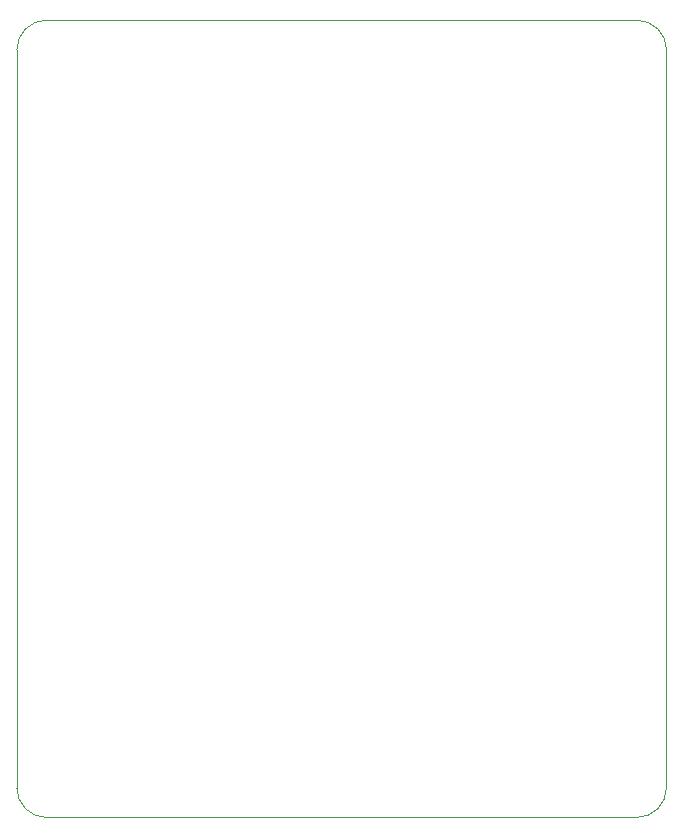
<source format=gm1>
G04 #@! TF.GenerationSoftware,KiCad,Pcbnew,6.0.9-1.fc36*
G04 #@! TF.CreationDate,2022-11-14T14:18:14-03:00*
G04 #@! TF.ProjectId,bs_transceiver,62735f74-7261-46e7-9363-65697665722e,Rev 2*
G04 #@! TF.SameCoordinates,Original*
G04 #@! TF.FileFunction,Profile,NP*
%FSLAX46Y46*%
G04 Gerber Fmt 4.6, Leading zero omitted, Abs format (unit mm)*
G04 Created by KiCad (PCBNEW 6.0.9-1.fc36) date 2022-11-14 14:18:14*
%MOMM*%
%LPD*%
G01*
G04 APERTURE LIST*
G04 #@! TA.AperFunction,Profile*
%ADD10C,0.100000*%
G04 #@! TD*
G04 APERTURE END LIST*
D10*
X2500000Y0D02*
G75*
G03*
X0Y-2500000I0J-2500000D01*
G01*
X2500000Y-67500000D02*
X52500000Y-67500000D01*
X0Y-2500000D02*
X20Y-65000000D01*
X55000000Y-2500000D02*
G75*
G03*
X52500000Y0I-2500000J0D01*
G01*
X20Y-65000000D02*
G75*
G03*
X2500000Y-67500000I2499993J-7D01*
G01*
X52500000Y-67500000D02*
G75*
G03*
X55000000Y-65000000I0J2500000D01*
G01*
X52500000Y0D02*
X2500000Y0D01*
X55000000Y-65000000D02*
X55000000Y-2500000D01*
M02*

</source>
